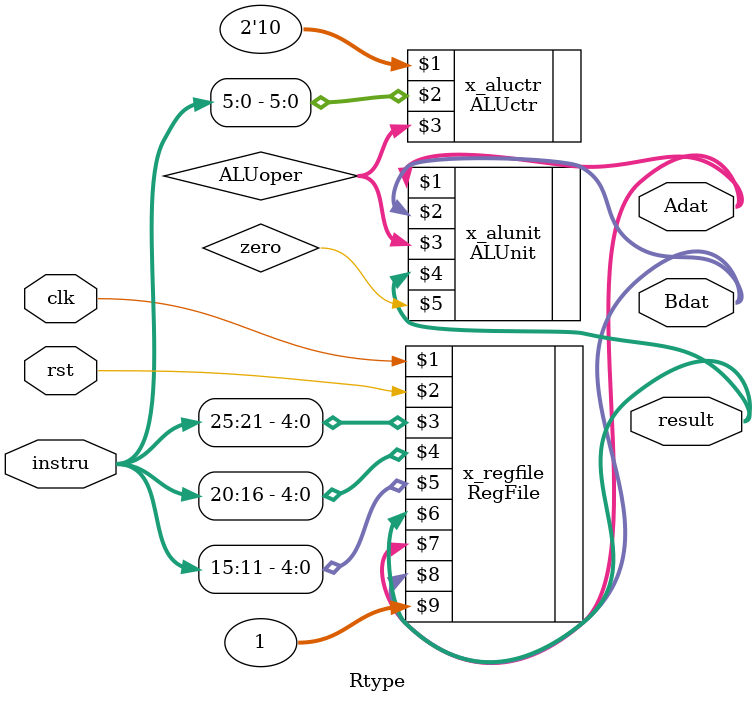
<source format=v>
`timescale 1ns / 1ps
module Rtype(clk, rst, instru, Adat, Bdat, result);
	input clk,rst;
	input [31:0] instru;
	output [31:0] result, Adat, Bdat;
	wire [31:0]	result; 
	wire [31:0]	Wdat, Adat, Bdat, ALUout;
	wire [2:0]	ALUoper;
	RegFile x_regfile(clk, rst, instru[25:21], instru[20:16], instru[15:11], result, Adat, Bdat, 1);
	ALUctr x_aluctr(2'b10, instru[5:0], ALUoper);	
	ALUnit x_alunit(Adat, Bdat, ALUoper, result, zero);
endmodule

</source>
